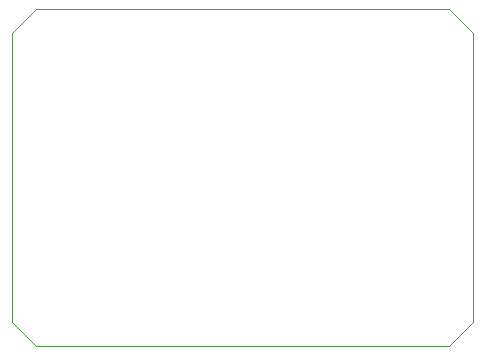
<source format=gbr>
%TF.GenerationSoftware,KiCad,Pcbnew,9.0.4*%
%TF.CreationDate,2025-10-19T21:38:04+02:00*%
%TF.ProjectId,3v-switching-voltage-regulator,33762d73-7769-4746-9368-696e672d766f,rev?*%
%TF.SameCoordinates,Original*%
%TF.FileFunction,Profile,NP*%
%FSLAX46Y46*%
G04 Gerber Fmt 4.6, Leading zero omitted, Abs format (unit mm)*
G04 Created by KiCad (PCBNEW 9.0.4) date 2025-10-19 21:38:04*
%MOMM*%
%LPD*%
G01*
G04 APERTURE LIST*
%TA.AperFunction,Profile*%
%ADD10C,0.100000*%
%TD*%
G04 APERTURE END LIST*
D10*
X81250000Y-62000000D02*
X81250000Y-37500000D01*
X83250000Y-35500000D02*
X118250000Y-35500000D01*
X83250000Y-64000000D02*
X81250000Y-62000000D01*
X81250000Y-37500000D02*
X83250000Y-35500000D01*
X120250000Y-37500000D02*
X118250000Y-35500000D01*
X83250000Y-64000000D02*
X118250000Y-64000000D01*
X120250000Y-62000000D02*
X120250000Y-37500000D01*
X118250000Y-64000000D02*
X120250000Y-62000000D01*
M02*

</source>
